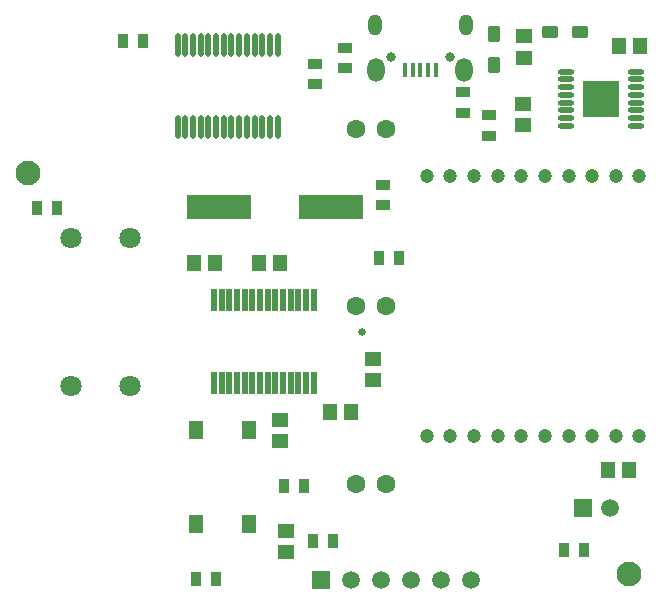
<source format=gbr>
%TF.GenerationSoftware,Altium Limited,Altium Designer,21.6.1 (37)*%
G04 Layer_Color=8388736*
%FSLAX43Y43*%
%MOMM*%
%TF.SameCoordinates,1E6E8873-E5BF-4629-9129-2C513CDE5FDC*%
%TF.FilePolarity,Negative*%
%TF.FileFunction,Soldermask,Top*%
%TF.Part,Single*%
G01*
G75*
%TA.AperFunction,SMDPad,CuDef*%
%ADD10R,1.200X1.400*%
%ADD11R,0.850X1.300*%
G04:AMPARAMS|DCode=12|XSize=1.9mm|YSize=0.48mm|CornerRadius=0.06mm|HoleSize=0mm|Usage=FLASHONLY|Rotation=270.000|XOffset=0mm|YOffset=0mm|HoleType=Round|Shape=RoundedRectangle|*
%AMROUNDEDRECTD12*
21,1,1.900,0.360,0,0,270.0*
21,1,1.780,0.480,0,0,270.0*
1,1,0.120,-0.180,-0.890*
1,1,0.120,-0.180,0.890*
1,1,0.120,0.180,0.890*
1,1,0.120,0.180,-0.890*
%
%ADD12ROUNDEDRECTD12*%
%ADD13R,1.400X1.200*%
%ADD14R,5.500X2.000*%
%ADD15O,1.400X0.450*%
%ADD16R,3.100X3.100*%
%ADD17R,1.300X0.850*%
G04:AMPARAMS|DCode=18|XSize=1.4mm|YSize=1mm|CornerRadius=0.2mm|HoleSize=0mm|Usage=FLASHONLY|Rotation=0.000|XOffset=0mm|YOffset=0mm|HoleType=Round|Shape=RoundedRectangle|*
%AMROUNDEDRECTD18*
21,1,1.400,0.600,0,0,0.0*
21,1,1.000,1.000,0,0,0.0*
1,1,0.400,0.500,-0.300*
1,1,0.400,-0.500,-0.300*
1,1,0.400,-0.500,0.300*
1,1,0.400,0.500,0.300*
%
%ADD18ROUNDEDRECTD18*%
G04:AMPARAMS|DCode=19|XSize=1.4mm|YSize=1mm|CornerRadius=0.2mm|HoleSize=0mm|Usage=FLASHONLY|Rotation=90.000|XOffset=0mm|YOffset=0mm|HoleType=Round|Shape=RoundedRectangle|*
%AMROUNDEDRECTD19*
21,1,1.400,0.600,0,0,90.0*
21,1,1.000,1.000,0,0,90.0*
1,1,0.400,0.300,0.500*
1,1,0.400,0.300,-0.500*
1,1,0.400,-0.300,-0.500*
1,1,0.400,-0.300,0.500*
%
%ADD19ROUNDEDRECTD19*%
%ADD20O,0.450X2.000*%
%ADD21R,1.300X1.550*%
%ADD22R,0.450X1.300*%
%TA.AperFunction,ComponentPad*%
%ADD27C,2.100*%
%ADD28C,1.500*%
%ADD29R,1.500X1.500*%
%ADD30C,1.800*%
%ADD31C,0.800*%
%ADD32O,1.150X1.800*%
%ADD33O,1.450X2.000*%
%ADD34C,1.600*%
%ADD35C,1.200*%
%TA.AperFunction,ViaPad*%
%ADD36C,0.650*%
%ADD38C,0.750*%
D10*
X56500Y11911D02*
D03*
X58300D02*
D03*
X21400Y29449D02*
D03*
X23200D02*
D03*
X28735Y29449D02*
D03*
X26935D02*
D03*
X34745Y16820D02*
D03*
X32945D02*
D03*
X59200Y47800D02*
D03*
X57400D02*
D03*
D11*
X37084Y29845D02*
D03*
X38784D02*
D03*
X31535Y5842D02*
D03*
X33235D02*
D03*
X23290Y2667D02*
D03*
X21590D02*
D03*
X15450Y48213D02*
D03*
X17150D02*
D03*
X9867Y34036D02*
D03*
X8167D02*
D03*
X29053Y10500D02*
D03*
X30753D02*
D03*
X52744Y5080D02*
D03*
X54444D02*
D03*
D12*
X31582Y26305D02*
D03*
X30932D02*
D03*
X30282D02*
D03*
X29632D02*
D03*
X28982D02*
D03*
X28332D02*
D03*
X27682D02*
D03*
X27032D02*
D03*
X26382D02*
D03*
X25732D02*
D03*
X25082D02*
D03*
X24432D02*
D03*
X23782D02*
D03*
X23132D02*
D03*
Y19295D02*
D03*
X23782D02*
D03*
X24432D02*
D03*
X25082D02*
D03*
X25732D02*
D03*
X26382D02*
D03*
X27032D02*
D03*
X27682D02*
D03*
X28332D02*
D03*
X28982D02*
D03*
X29632D02*
D03*
X30282D02*
D03*
X30932D02*
D03*
X31582D02*
D03*
D13*
X29210Y6742D02*
D03*
Y4942D02*
D03*
X28735Y14340D02*
D03*
Y16140D02*
D03*
X36600Y19507D02*
D03*
Y21307D02*
D03*
X49284Y41063D02*
D03*
Y42863D02*
D03*
X49384Y48600D02*
D03*
Y46800D02*
D03*
D14*
X33071Y34200D02*
D03*
X23571D02*
D03*
D15*
X58850Y44957D02*
D03*
Y45607D02*
D03*
Y43657D02*
D03*
Y44307D02*
D03*
Y43007D02*
D03*
Y42357D02*
D03*
Y41707D02*
D03*
Y41057D02*
D03*
X52950Y44957D02*
D03*
Y45607D02*
D03*
Y44307D02*
D03*
Y43657D02*
D03*
Y43007D02*
D03*
Y42357D02*
D03*
Y41707D02*
D03*
Y41057D02*
D03*
D16*
X55900Y43332D02*
D03*
D17*
X31700Y44550D02*
D03*
Y46250D02*
D03*
X34207Y45950D02*
D03*
Y47650D02*
D03*
X37465Y34329D02*
D03*
Y36029D02*
D03*
X46450Y40213D02*
D03*
Y41913D02*
D03*
X44244Y42157D02*
D03*
Y43857D02*
D03*
D18*
X54159Y49000D02*
D03*
X51559D02*
D03*
D19*
X46800Y48800D02*
D03*
Y46200D02*
D03*
D20*
X28512Y47850D02*
D03*
X27862D02*
D03*
X27212D02*
D03*
X26562D02*
D03*
X25912D02*
D03*
X25262D02*
D03*
X24612D02*
D03*
X23962D02*
D03*
X23312D02*
D03*
X22662D02*
D03*
X22012D02*
D03*
X21362D02*
D03*
X20712D02*
D03*
X20062D02*
D03*
X28512Y40950D02*
D03*
X27862D02*
D03*
X27212D02*
D03*
X26562D02*
D03*
X25912D02*
D03*
X25262D02*
D03*
X24612D02*
D03*
X23962D02*
D03*
X23312D02*
D03*
X22662D02*
D03*
X22012D02*
D03*
X21362D02*
D03*
X20712D02*
D03*
X20062D02*
D03*
D21*
X21590Y7290D02*
D03*
X26090D02*
D03*
X21590Y15240D02*
D03*
X26090D02*
D03*
D22*
X39950Y45791D02*
D03*
X40600D02*
D03*
X41250D02*
D03*
X39300D02*
D03*
X41900D02*
D03*
D27*
X58300Y3100D02*
D03*
X7400Y37000D02*
D03*
D28*
X44900Y2600D02*
D03*
X42360D02*
D03*
X39820D02*
D03*
X37280D02*
D03*
X34740D02*
D03*
X56639Y8636D02*
D03*
D29*
X32200Y2600D02*
D03*
X54359Y8636D02*
D03*
D30*
X16010Y31496D02*
D03*
Y18996D02*
D03*
X11010Y31496D02*
D03*
Y18996D02*
D03*
D31*
X38100Y46841D02*
D03*
X43100D02*
D03*
D32*
X36725Y49591D02*
D03*
X44475D02*
D03*
D33*
X36875Y45791D02*
D03*
X44325D02*
D03*
D34*
X37680Y10746D02*
D03*
X35140D02*
D03*
X37680Y25746D02*
D03*
X35140D02*
D03*
X37680Y40746D02*
D03*
X35140D02*
D03*
D35*
X59150Y36755D02*
D03*
X57150D02*
D03*
X55150D02*
D03*
X53150D02*
D03*
X51150D02*
D03*
X49150D02*
D03*
X47150D02*
D03*
X45150D02*
D03*
X43150D02*
D03*
X41150D02*
D03*
X59150Y14755D02*
D03*
X57150D02*
D03*
X55150D02*
D03*
X53150D02*
D03*
X51150D02*
D03*
X49150D02*
D03*
X47150D02*
D03*
X45150D02*
D03*
X43150D02*
D03*
X41150D02*
D03*
D36*
X35640Y23600D02*
D03*
D38*
X56900Y44332D02*
D03*
X55900D02*
D03*
X54900D02*
D03*
X56900Y43332D02*
D03*
Y42332D02*
D03*
X55900Y43332D02*
D03*
Y42332D02*
D03*
X54900Y43332D02*
D03*
Y42332D02*
D03*
%TF.MD5,e9f3687c3f1851b067de26c37150032d*%
M02*

</source>
